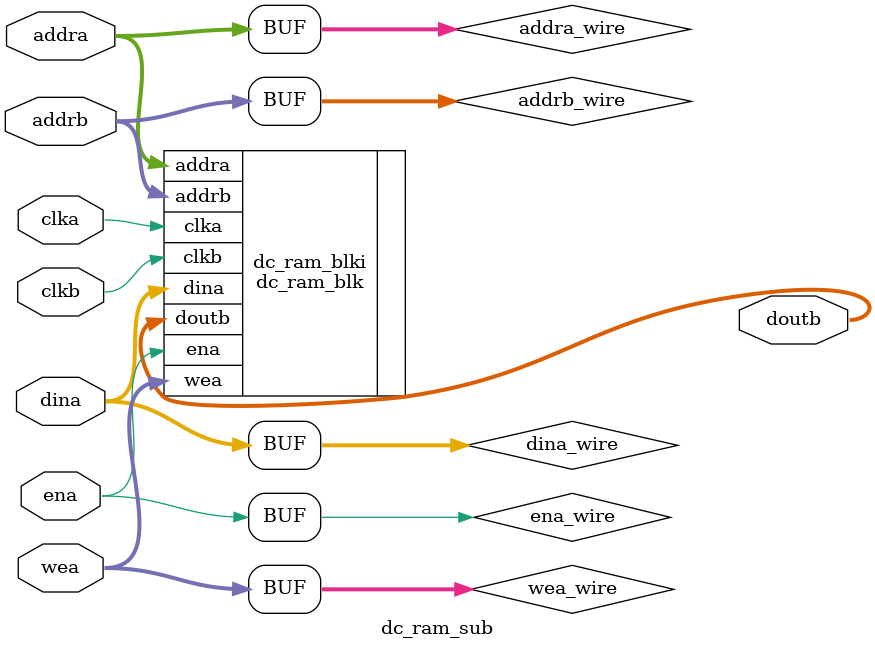
<source format=v>

/*******************************************************************************
*     This file is owned and controlled by Xilinx and must be used             *
*     solely for design, simulation, implementation and creation of            *
*     design files limited to Xilinx devices or technologies. Use              *
*     with non-Xilinx devices or technologies is expressly prohibited          *
*     and immediately terminates your license.                                 *
*                                                                              *
*     XILINX IS PROVIDING THIS DESIGN, CODE, OR INFORMATION "AS IS"            *
*     SOLELY FOR USE IN DEVELOPING PROGRAMS AND SOLUTIONS FOR                  *
*     XILINX DEVICES.  BY PROVIDING THIS DESIGN, CODE, OR INFORMATION          *
*     AS ONE POSSIBLE IMPLEMENTATION OF THIS FEATURE, APPLICATION              *
*     OR STANDARD, XILINX IS MAKING NO REPRESENTATION THAT THIS                *
*     IMPLEMENTATION IS FREE FROM ANY CLAIMS OF INFRINGEMENT,                  *
*     AND YOU ARE RESPONSIBLE FOR OBTAINING ANY RIGHTS YOU MAY REQUIRE         *
*     FOR YOUR IMPLEMENTATION.  XILINX EXPRESSLY DISCLAIMS ANY                 *
*     WARRANTY WHATSOEVER WITH RESPECT TO THE ADEQUACY OF THE                  *
*     IMPLEMENTATION, INCLUDING BUT NOT LIMITED TO ANY WARRANTIES OR           *
*     REPRESENTATIONS THAT THIS IMPLEMENTATION IS FREE FROM CLAIMS OF          *
*     INFRINGEMENT, IMPLIED WARRANTIES OF MERCHANTABILITY AND FITNESS          *
*     FOR A PARTICULAR PURPOSE.                                                *
*                                                                              *
*     Xilinx products are not intended for use in life support                 *
*     appliances, devices, or systems. Use in such applications are            *
*     expressly prohibited.                                                    *
*                                                                              *
*     (c) Copyright 1995-2009 Xilinx, Inc.                                     *
*     All rights reserved.                                                     *
*******************************************************************************/
// The synthesis directives "translate_off/translate_on" specified below are
// supported by Xilinx, Mentor Graphics and Synplicity synthesis
// tools. Ensure they are correct for your synthesis tool(s).

// You must compile the wrapper file dc_ram_blk.v when simulating
// the core, dc_ram_blk. When compiling the wrapper file, be sure to
// reference the XilinxCoreLib Verilog simulation library. For detailed
// instructions, please refer to the "CORE Generator Help".

`timescale 1ns/1ps

module dc_ram_sub(
	clka,
	ena,
	wea,
	addra,
	dina,
	clkb,
	addrb,
	doutb);


input clka;
input ena;
input [3 : 0] wea;
input [10 : 0] addra;
input [31 : 0] dina;
input clkb;
input [10 : 0] addrb;
output [31 : 0] doutb;

wire ena_wire;
wire [3 : 0] wea_wire;
wire [10 : 0] addra_wire;
wire [31 : 0] dina_wire;
wire [10 : 0] addrb_wire;

assign ena_wire = ena;
assign wea_wire = wea;
assign addra_wire = addra;
assign dina_wire = dina;
assign addrb_wire = addrb;

dc_ram_blk dc_ram_blki(
	.clka(clka),
	.ena(ena_wire),
	.wea(wea_wire),
	.addra(addra_wire),
	.dina(dina_wire),
	.clkb(clkb),
	.addrb(addrb_wire),
	.doutb(doutb));

endmodule


</source>
